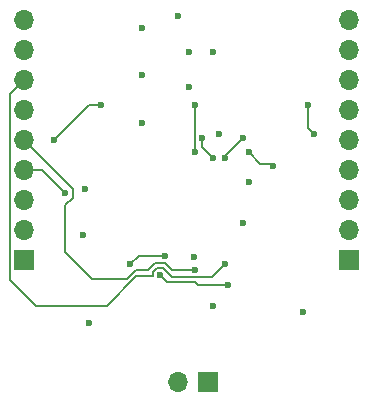
<source format=gbr>
%TF.GenerationSoftware,KiCad,Pcbnew,8.0.3*%
%TF.CreationDate,2024-07-01T13:41:45+02:00*%
%TF.ProjectId,ESP8266,45535038-3236-4362-9e6b-696361645f70,rev?*%
%TF.SameCoordinates,Original*%
%TF.FileFunction,Copper,L4,Bot*%
%TF.FilePolarity,Positive*%
%FSLAX46Y46*%
G04 Gerber Fmt 4.6, Leading zero omitted, Abs format (unit mm)*
G04 Created by KiCad (PCBNEW 8.0.3) date 2024-07-01 13:41:45*
%MOMM*%
%LPD*%
G01*
G04 APERTURE LIST*
%TA.AperFunction,ComponentPad*%
%ADD10R,1.700000X1.700000*%
%TD*%
%TA.AperFunction,ComponentPad*%
%ADD11O,1.700000X1.700000*%
%TD*%
%TA.AperFunction,ViaPad*%
%ADD12C,0.600000*%
%TD*%
%TA.AperFunction,Conductor*%
%ADD13C,0.200000*%
%TD*%
G04 APERTURE END LIST*
D10*
%TO.P,J1,1,Pin_1*%
%TO.N,+3.3V*%
X115000000Y-103160000D03*
D11*
%TO.P,J1,2,Pin_2*%
%TO.N,/RST*%
X115000000Y-100620000D03*
%TO.P,J1,3,Pin_3*%
%TO.N,/U0RXD*%
X115000000Y-98080000D03*
%TO.P,J1,4,Pin_4*%
%TO.N,/U0TXD*%
X115000000Y-95540000D03*
%TO.P,J1,5,Pin_5*%
%TO.N,/ADC_IN*%
X115000000Y-93000000D03*
%TO.P,J1,6,Pin_6*%
%TO.N,/CHIP_EN*%
X115000000Y-90460000D03*
%TO.P,J1,7,Pin_7*%
%TO.N,/GPIO16*%
X115000000Y-87920000D03*
%TO.P,J1,8,Pin_8*%
%TO.N,/GPI05*%
X115000000Y-85380000D03*
%TO.P,J1,9,Pin_9*%
%TO.N,GND*%
X115000000Y-82840000D03*
%TD*%
D10*
%TO.P,J3,1,Pin_1*%
%TO.N,/ANT*%
X130540000Y-113500000D03*
D11*
%TO.P,J3,2,Pin_2*%
%TO.N,GND*%
X128000000Y-113500000D03*
%TD*%
D10*
%TO.P,J2,1,Pin_1*%
%TO.N,/GPIO14*%
X142500000Y-103120000D03*
D11*
%TO.P,J2,2,Pin_2*%
%TO.N,/GPIO12*%
X142500000Y-100580000D03*
%TO.P,J2,3,Pin_3*%
%TO.N,/GPIO13*%
X142500000Y-98040000D03*
%TO.P,J2,4,Pin_4*%
%TO.N,/GPIO15*%
X142500000Y-95500000D03*
%TO.P,J2,5,Pin_5*%
%TO.N,/GPIO2*%
X142500000Y-92960000D03*
%TO.P,J2,6,Pin_6*%
%TO.N,/GPIO0*%
X142500000Y-90420000D03*
%TO.P,J2,7,Pin_7*%
%TO.N,/GPIO4*%
X142500000Y-87880000D03*
%TO.P,J2,8,Pin_8*%
%TO.N,GND*%
X142500000Y-85340000D03*
%TO.P,J2,9,Pin_9*%
X142500000Y-82800000D03*
%TD*%
D12*
%TO.N,GND*%
X131500000Y-92500000D03*
X129000000Y-88500000D03*
X125000000Y-91500000D03*
X120000000Y-101000000D03*
X129420101Y-102900000D03*
X138637500Y-107500000D03*
X120500000Y-108500000D03*
X120155735Y-97155735D03*
X131000000Y-85500000D03*
X129000000Y-85500000D03*
%TO.N,/ADC_IN*%
X129500000Y-104000000D03*
%TO.N,/CHIP_EN*%
X126500000Y-104400000D03*
X132250000Y-105250000D03*
%TO.N,/GPIO16*%
X132000000Y-103500000D03*
%TO.N,/U0TXD*%
X118500000Y-97500000D03*
%TO.N,Net-(U1-RES12K)*%
X117500000Y-93000000D03*
X121500000Y-90000000D03*
%TO.N,Net-(U1-SD_CLK)*%
X139500000Y-92500000D03*
X136087108Y-95141422D03*
X139000000Y-90000000D03*
X134000000Y-93998114D03*
%TO.N,/SD_D3*%
X132000000Y-94500000D03*
X133500000Y-92798114D03*
%TO.N,/SD_D0*%
X129500000Y-90000000D03*
X129500000Y-94000000D03*
%TO.N,/SD_CMD*%
X130100000Y-92798114D03*
X131000000Y-94500000D03*
%TO.N,+3.3V*%
X125000000Y-83500000D03*
X128000000Y-82500000D03*
X131000000Y-107000000D03*
X134023198Y-96562466D03*
X124000000Y-103500000D03*
X125000000Y-87500000D03*
X126899681Y-102800000D03*
X133500000Y-100000000D03*
%TD*%
D13*
%TO.N,/ADC_IN*%
X125485785Y-104000000D02*
X124434314Y-104000000D01*
X119100000Y-97100000D02*
X115000000Y-93000000D01*
X119100000Y-97900000D02*
X119100000Y-97100000D01*
X118500000Y-102500000D02*
X120717157Y-104717157D01*
X118500000Y-98500000D02*
X119100000Y-97900000D01*
X126914215Y-103400000D02*
X126085785Y-103400000D01*
X124434314Y-104000000D02*
X123717157Y-104717157D01*
X126085785Y-103400000D02*
X125485785Y-104000000D01*
X120717157Y-104717157D02*
X123717157Y-104717157D01*
X127514215Y-104000000D02*
X126914215Y-103400000D01*
X118500000Y-102500000D02*
X118500000Y-98500000D01*
X129500000Y-104000000D02*
X127514215Y-104000000D01*
%TO.N,/CHIP_EN*%
X129750000Y-105250000D02*
X132250000Y-105250000D01*
X126500000Y-104400000D02*
X127100000Y-105000000D01*
X129500000Y-105000000D02*
X129750000Y-105250000D01*
X127100000Y-105000000D02*
X129500000Y-105000000D01*
%TO.N,/GPIO16*%
X113797919Y-89122081D02*
X113797919Y-104797919D01*
X122000000Y-107000000D02*
X124500000Y-104500000D01*
X126251471Y-103800000D02*
X126748529Y-103800000D01*
X124500000Y-104500000D02*
X125900000Y-104500000D01*
X116000000Y-107000000D02*
X122000000Y-107000000D01*
X130900000Y-104600000D02*
X132000000Y-103500000D01*
X127548529Y-104600000D02*
X130900000Y-104600000D01*
X126748529Y-103800000D02*
X127548529Y-104600000D01*
X115000000Y-87920000D02*
X113797919Y-89122081D01*
X125900000Y-104500000D02*
X125900000Y-104151471D01*
X113797919Y-104797919D02*
X116000000Y-107000000D01*
X125900000Y-104151471D02*
X126251471Y-103800000D01*
%TO.N,/U0TXD*%
X115000000Y-95540000D02*
X116540000Y-95540000D01*
X116540000Y-95540000D02*
X118500000Y-97500000D01*
%TO.N,Net-(U1-RES12K)*%
X120500000Y-90000000D02*
X117500000Y-93000000D01*
X121500000Y-90000000D02*
X120500000Y-90000000D01*
%TO.N,Net-(U1-SD_CLK)*%
X135001886Y-95000000D02*
X135945686Y-95000000D01*
X139000000Y-92000000D02*
X139500000Y-92500000D01*
X134000000Y-93998114D02*
X135001886Y-95000000D01*
X139000000Y-90000000D02*
X139000000Y-92000000D01*
X135945686Y-95000000D02*
X136087108Y-95141422D01*
%TO.N,/SD_D3*%
X132000000Y-94298114D02*
X132000000Y-94500000D01*
X133500000Y-92798114D02*
X132000000Y-94298114D01*
%TO.N,/SD_D0*%
X129500000Y-94000000D02*
X129500000Y-90000000D01*
%TO.N,/SD_CMD*%
X130100000Y-93600000D02*
X131000000Y-94500000D01*
X130100000Y-92798114D02*
X130100000Y-93600000D01*
%TO.N,+3.3V*%
X126899681Y-102800000D02*
X124700000Y-102800000D01*
X124700000Y-102800000D02*
X124000000Y-103500000D01*
%TD*%
M02*

</source>
